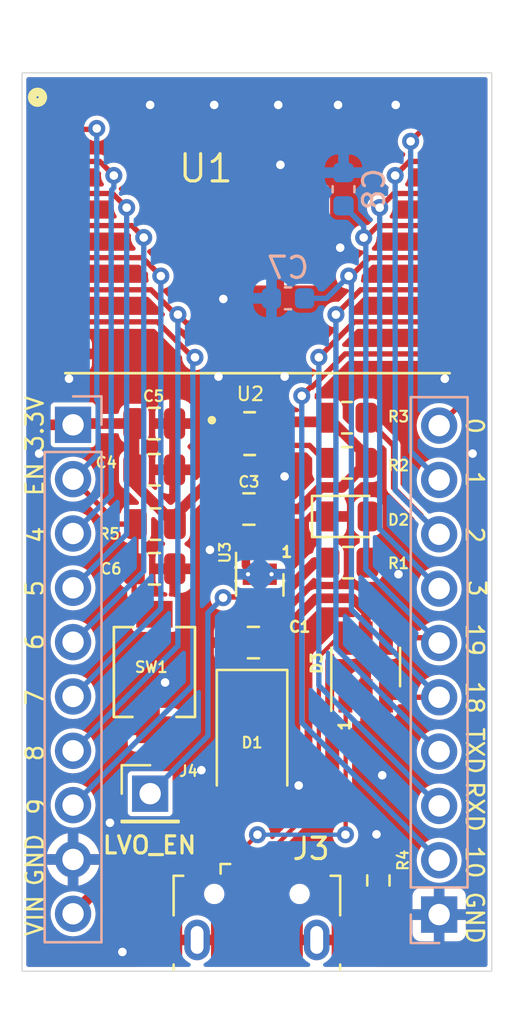
<source format=kicad_pcb>
(kicad_pcb (version 20211014) (generator pcbnew)
  (title_block (title "USB_JTAG mod of E-Tinkers ESP32-C3 Dev Board") (date "2022-02-19") (rev "V1.0") (comment 4 "Original designed BY: Henry Cheung") (comment 5 "https://www.e-tinkers.com"))
  (layers (0 "F.Cu" signal) (31 "B.Cu" signal) (34 "B.Paste" user) (35 "F.Paste" user) (36 "B.SilkS" user "B.Silkscreen") (37 "F.SilkS" user "F.Silkscreen") (38 "B.Mask" user) (39 "F.Mask" user) (44 "Edge.Cuts" user))
  (net 0 "")
  (net 1 "GND")
  (net 2 "PWR")
  (net 3 "3.3V")
  (net 4 "EN")
  (net 5 "IO9")
  (net 6 "VIN")
  (net 7 "LED_IN")
  (net 8 "IO4")
  (net 9 "IO5")
  (net 10 "IO6")
  (net 11 "IO7")
  (net 12 "IO8")
  (net 13 "IO0")
  (net 14 "IO1")
  (net 15 "IO2")
  (net 16 "IO3")
  (net 17 "IO19")
  (net 18 "IO18")
  (net 19 "TXD")
  (net 20 "RXD")
  (net 21 "IO10")
  (net 22 "D-")
  (net 23 "D+")
  (net 24 "Net-(J3-Pad6)")
  (net 27 "LDO_EN")
  (footprint "Capacitor_SMD:C_0805_2012Metric" (layer "F.Cu") (at 207.626 88.392 180)
    (fp_text reference "C3" (at 0 1.27) (layer "F.SilkS") (effects (font (size 0.5 0.5) (thickness 0.1))))
    (fp_text value "2.2uF")
    (fp_line (start -0.261252 -0.735) (end 0.261252 -0.735) (layer "F.SilkS") (width 0.12))
    (fp_line (start -0.261252 0.735) (end 0.261252 0.735) (layer "F.SilkS") (width 0.12))
    (pad "1" smd roundrect locked (at -0.95 0 180) (size 1 1.45) (layers "F.Cu" "F.Paste" "F.Mask") (net 3 "3.3V"))
    (pad "2" smd roundrect locked (at 0.95 0 180) (size 1 1.45) (layers "F.Cu" "F.Paste" "F.Mask") (net 1 "GND"))
  )
  (footprint "Capacitor_SMD:C_0805_2012Metric" (layer "F.Cu") (at 203.19175 86.55625)
    (fp_text reference "C4" (at -2.24475 -0.33725) (layer "F.SilkS") (effects (font (size 0.5 0.5) (thickness 0.1))))
    (fp_text value "10uF")
    (fp_line (start -0.261252 -0.735) (end 0.261252 -0.735) (layer "F.SilkS") (width 0.12))
    (fp_line (start -0.261252 0.735) (end 0.261252 0.735) (layer "F.SilkS") (width 0.12))
    (pad "1" smd roundrect locked (at -0.95 0) (size 1 1.45) (layers "F.Cu" "F.Paste" "F.Mask") (net 3 "3.3V"))
    (pad "2" smd roundrect locked (at 0.95 0) (size 1 1.45) (layers "F.Cu" "F.Paste" "F.Mask") (net 1 "GND"))
  )
  (footprint "Capacitor_SMD:C_0805_2012Metric" (layer "F.Cu") (at 203.19175 84.39625)
    (fp_text reference "C5" (at -0.03075 -1.28025) (layer "F.SilkS") (effects (font (size 0.5 0.5) (thickness 0.1))))
    (fp_text value "0.1uF")
    (fp_line (start -0.261252 0.735) (end 0.261252 0.735) (layer "F.SilkS") (width 0.12))
    (fp_line (start -0.261252 -0.735) (end 0.261252 -0.735) (layer "F.SilkS") (width 0.12))
    (pad "1" smd roundrect locked (at -0.95 0) (size 1 1.45) (layers "F.Cu" "F.Paste" "F.Mask") (net 3 "3.3V"))
    (pad "2" smd roundrect locked (at 0.95 0) (size 1 1.45) (layers "F.Cu" "F.Paste" "F.Mask") (net 1 "GND"))
  )
  (footprint "Capacitor_SMD:C_0805_2012Metric" (layer "F.Cu") (at 203.2 91.186)
    (fp_text reference "C6" (at -2.032 0) (layer "F.SilkS") (effects (font (size 0.5 0.5) (thickness 0.1))))
    (fp_text value "1uF")
    (fp_line (start -0.261252 0.735) (end 0.261252 0.735) (layer "F.SilkS") (width 0.12))
    (fp_line (start -0.261252 -0.735) (end 0.261252 -0.735) (layer "F.SilkS") (width 0.12))
    (pad "1" smd roundrect locked (at -0.95 0) (size 1 1.45) (layers "F.Cu" "F.Paste" "F.Mask") (net 4 "EN"))
    (pad "2" smd roundrect locked (at 0.95 0) (size 1 1.45) (layers "F.Cu" "F.Paste" "F.Mask") (net 1 "GND"))
  )
  (footprint "Diode_SMD:D_SMA" (layer "F.Cu") (at 207.772 99.314 -90)
    (fp_text reference "D1" (at 0 0 180) (layer "F.SilkS") (effects (font (size 0.5 0.5) (thickness 0.1))))
    (fp_text value "SS12")
    (fp_line (start -3.4 -1.65) (end -3.4 1.65) (layer "F.SilkS") (width 0.12))
    (fp_line (start -3.4 1.65) (end 2 1.65) (layer "F.SilkS") (width 0.12))
    (fp_line (start -3.4 -1.65) (end 2 -1.65) (layer "F.SilkS") (width 0.12))
    (pad "1" smd rect locked (at -2 0 270) (size 2.5 1.8) (layers "F.Cu" "F.Paste" "F.Mask") (net 2 "PWR"))
    (pad "2" smd rect locked (at 2 0 270) (size 2.5 1.8) (layers "F.Cu" "F.Paste" "F.Mask") (net 6 "VIN"))
  )
  (footprint "Resistor_SMD:R_0805_2012Metric" (layer "F.Cu") (at 212.2655 90.8975)
    (fp_text reference "R1" (at 2.3645 0.0345) (layer "F.SilkS") (effects (font (size 0.5 0.5) (thickness 0.1))))
    (fp_text value "5.1k +-50%")
    (fp_line (start -0.227064 0.735) (end 0.227064 0.735) (layer "F.SilkS") (width 0.12))
    (fp_line (start -0.227064 -0.735) (end 0.227064 -0.735) (layer "F.SilkS") (width 0.12))
    (pad "1" smd roundrect locked (at -0.9125 0) (size 1.025 1.4) (layers "F.Cu" "F.Paste" "F.Mask") (roundrect_rratio 0.243902439) (net 2 "PWR"))
    (pad "2" smd roundrect locked (at 0.9125 0) (size 1.025 1.4) (layers "F.Cu" "F.Paste" "F.Mask") (roundrect_rratio 0.243902439) (net 7 "LED_IN"))
  )
  (footprint "Resistor_SMD:R_0805_2012Metric" (layer "F.Cu") (at 212.217 86.233 180)
    (fp_text reference "R2" (at -2.413 -0.127 180) (layer "F.SilkS") (effects (font (size 0.5 0.5) (thickness 0.1))))
    (fp_text value "10k")
    (fp_line (start -0.227064 -0.735) (end 0.227064 -0.735) (layer "F.SilkS") (width 0.12))
    (fp_line (start -0.227064 0.735) (end 0.227064 0.735) (layer "F.SilkS") (width 0.12))
    (pad "1" smd roundrect locked (at -0.9125 0 180) (size 1.025 1.4) (layers "F.Cu" "F.Paste" "F.Mask") (roundrect_rratio 0.243902439) (net 3 "3.3V"))
    (pad "2" smd roundrect locked (at 0.9125 0 180) (size 1.025 1.4) (layers "F.Cu" "F.Paste" "F.Mask") (roundrect_rratio 0.243902439) (net 12 "IO8"))
  )
  (footprint "Resistor_SMD:R_0805_2012Metric" (layer "F.Cu") (at 212.217 84.122006)
    (fp_text reference "R3" (at 2.413 -0.048006) (layer "F.SilkS") (effects (font (size 0.5 0.5) (thickness 0.1))))
    (fp_text value ">= 10k")
    (fp_line (start -0.227064 0.735) (end 0.227064 0.735) (layer "F.SilkS") (width 0.12))
    (fp_line (start -0.227064 -0.735) (end 0.227064 -0.735) (layer "F.SilkS") (width 0.12))
    (pad "1" smd roundrect locked (at -0.9125 0) (size 1.025 1.4) (layers "F.Cu" "F.Paste" "F.Mask") (roundrect_rratio 0.243902439) (net 3 "3.3V"))
    (pad "2" smd roundrect locked (at 0.9125 0) (size 1.025 1.4) (layers "F.Cu" "F.Paste" "F.Mask") (roundrect_rratio 0.243902439) (net 15 "IO2"))
  )
  (footprint "Resistor_SMD:R_0805_2012Metric" (layer "F.Cu") (at 203.24575 89.09625 180)
    (fp_text reference "R5" (at 2.15875 -0.45875 180) (layer "F.SilkS") (effects (font (size 0.5 0.5) (thickness 0.1))))
    (fp_text value "10k")
    (fp_line (start -0.227064 -0.735) (end 0.227064 -0.735) (layer "F.SilkS") (width 0.12))
    (fp_line (start -0.227064 0.735) (end 0.227064 0.735) (layer "F.SilkS") (width 0.12))
    (pad "1" smd roundrect locked (at -0.9125 0 180) (size 1.025 1.4) (layers "F.Cu" "F.Paste" "F.Mask") (roundrect_rratio 0.243902439) (net 3 "3.3V"))
    (pad "2" smd roundrect locked (at 0.9125 0 180) (size 1.025 1.4) (layers "F.Cu" "F.Paste" "F.Mask") (roundrect_rratio 0.243902439) (net 4 "EN"))
  )
  (footprint "e-tinkers:SW_TS-1185-X-X" (layer "F.Cu") (at 203.2 96.012 90)
    (fp_text reference "SW1" (at 0.227 -0.144 180) (layer "F.SilkS") (effects (font (size 0.5 0.5) (thickness 0.1))))
    (fp_text value "RESET" hide)
    (fp_line (start -2.1 1.9) (end 2.1 1.9) (layer "F.SilkS") (width 0.127))
    (fp_line (start 2.1 1.9) (end 2.1 1.03) (layer "F.SilkS") (width 0.127))
    (fp_line (start -2.1 -1.9) (end 2.1 -1.9) (layer "F.SilkS") (width 0.127))
    (fp_line (start -2.1 -1.03) (end -2.1 -1.9) (layer "F.SilkS") (width 0.127))
    (fp_line (start -2.1 1.03) (end -2.1 1.9) (layer "F.SilkS") (width 0.127))
    (fp_line (start 2.1 -1.87) (end 2.1 -1) (layer "F.SilkS") (width 0.127))
    (pad "1" smd rect locked (at -2.7 0 180) (size 1.7 1.25) (layers "F.Cu" "F.Paste" "F.Mask") (net 1 "GND"))
    (pad "2" smd rect locked (at 2.7 0 180) (size 1.7 1.25) (layers "F.Cu" "F.Paste" "F.Mask") (net 4 "EN"))
  )
  (footprint "LED_SMD:LED_0805_2012Metric" (layer "F.Cu") (at 212.2655 88.7385)
    (fp_text reference "D2" (at 2.3645 0.1615) (layer "F.SilkS") (effects (font (size 0.5 0.5) (thickness 0.1))))
    (fp_text value "LED_RED")
    (fp_line (start 1 -0.96) (end -1.685 -0.96) (layer "F.SilkS") (width 0.12))
    (fp_line (start -1.685 0.96) (end 1 0.96) (layer "F.SilkS") (width 0.12))
    (fp_line (start -1.685 -0.96) (end -1.685 0.96) (layer "F.SilkS") (width 0.12))
    (pad "1" smd roundrect locked (at -0.9375 0) (size 0.975 1.4) (layers "F.Cu" "F.Paste" "F.Mask") (net 1 "GND"))
    (pad "2" smd roundrect locked (at 0.9375 0) (size 0.975 1.4) (layers "F.Cu" "F.Paste" "F.Mask") (net 7 "LED_IN"))
  )
  (footprint "amiga:WSON-6_Hand" (layer "F.Cu") (at 208.134 91.44 -90)
    (fp_text reference "U3" (at -1.016 1.632 90) (layer "F.SilkS") (effects (font (size 0.5 0.5) (thickness 0.1))))
    (fp_text value "TLV76733DRVR")
    (fp_line (start 0 -1.11) (end 1 -1.11) (layer "F.SilkS") (width 0.12))
    (fp_line (start -1 1.11) (end 1 1.11) (layer "F.SilkS") (width 0.12))
    (pad "1" smd roundrect (at -1.0625 -0.65 270) (size 0.7 0.4) (layers "F.Cu" "F.Paste" "F.Mask") (net 3 "3.3V"))
    (pad "2" smd roundrect (at -1.062 0 270) (size 0.7 0.4) (layers "F.Cu" "F.Paste" "F.Mask") (net 3 "3.3V"))
    (pad "3" smd roundrect (at -1.0625 0.65 270) (size 0.7 0.4) (layers "F.Cu" "F.Paste" "F.Mask") (net 1 "GND"))
    (pad "4" smd roundrect (at 1.0625 0.65 270) (size 0.7 0.4) (layers "F.Cu" "F.Paste" "F.Mask") (net 27 "LDO_EN"))
    (pad "5" smd roundrect (at 1.0625 0 270) (size 0.7 0.4) (layers "F.Cu" "F.Paste" "F.Mask") (net 1 "GND"))
    (pad "6" smd roundrect (at 1.0625 -0.65 270) (size 0.7 0.4) (layers "F.Cu" "F.Paste" "F.Mask") (net 2 "PWR"))
    (pad "7" smd rect (at 0 0 270) (size 0.5 1.6) (layers "B.Cu") (net 1 "GND"))
    (pad "7" thru_hole circle (at 0 -0.55 270) (size 0.5 0.5) (drill 0.2) (layers *.Cu) (net 1 "GND"))
    (pad "7" smd rect (at 0 0 270) (size 1 1.6) (layers "F.Cu" "F.Mask") (net 1 "GND"))
    (pad "7" thru_hole circle (at 0 0.55 270) (size 0.5 0.5) (drill 0.2) (layers *.Cu) (net 1 "GND"))
  )
  (footprint "Connector_PinHeader_2.54mm:PinHeader_1x01_P2.54mm_Vertical" (layer "F.Cu") (at 203 101.7)
    (fp_text reference "J4" (at 1.8 -1.054) (layer "F.SilkS") (effects (font (size 0.5 0.5) (thickness 0.1))))
    (fp_text value "Conn_01x01_Male")
    (fp_line (start -1.33 1.27) (end 1.33 1.27) (layer "F.SilkS") (width 0.12))
    (fp_line (start 1.33 1.27) (end 1.33 1.33) (layer "F.SilkS") (width 0.12))
    (fp_line (start -1.33 0) (end -1.33 -1.33) (layer "F.SilkS") (width 0.12))
    (fp_line (start -1.33 -1.33) (end 0 -1.33) (layer "F.SilkS") (width 0.12))
    (fp_line (start -1.33 1.27) (end -1.33 1.33) (layer "F.SilkS") (width 0.12))
    (fp_line (start -1.33 1.33) (end 1.33 1.33) (layer "F.SilkS") (width 0.12))
    (pad "1" thru_hole rect locked (at 0 0) (size 1.7 1.7) (drill 1) (layers *.Cu *.Mask) (net 27 "LDO_EN"))
  )
  (footprint "Package_TO_SOT_SMD:SOT-23-6_Handsoldering" (layer "F.Cu") (at 213.094 95.777 90)
    (fp_text reference "D3" (at 0.177 -2.294 90) (layer "F.SilkS") (effects (font (size 0.5 0.5) (thickness 0.125))))
    (fp_text value "CM1231")
    (fp_line (start 0.9 -1.61) (end -2.05 -1.61) (layer "F.SilkS") (width 0.12))
    (fp_line (start -0.9 1.61) (end 0.9 1.61) (layer "F.SilkS") (width 0.12))
    (pad "1" smd rect (at -1.35 -0.95 90) (size 1.56 0.65) (layers "F.Cu" "F.Paste" "F.Mask") (net 22 "D-"))
    (pad "2" smd rect (at -1.35 0 90) (size 1.56 0.65) (layers "F.Cu" "F.Paste" "F.Mask") (net 1 "GND"))
    (pad "3" smd rect (at -1.35 0.95 90) (size 1.56 0.65) (layers "F.Cu" "F.Paste" "F.Mask") (net 18 "IO18"))
    (pad "4" smd rect (at 1.35 0.95 90) (size 1.56 0.65) (layers "F.Cu" "F.Paste" "F.Mask") (net 17 "IO19"))
    (pad "5" smd rect (at 1.35 0 90) (size 1.56 0.65) (layers "F.Cu" "F.Paste" "F.Mask") (net 6 "VIN"))
    (pad "6" smd rect (at 1.35 -0.95 90) (size 1.56 0.65) (layers "F.Cu" "F.Paste" "F.Mask") (net 23 "D+"))
  )
  (footprint "Capacitor_SMD:C_0805_2012Metric" (layer "F.Cu") (at 207.837 94.636 180)
    (fp_text reference "C1" (at -2.163 0.736) (layer "F.SilkS") (effects (font (size 0.5 0.5) (thickness 0.125))))
    (fp_text value "1uF")
    (fp_line (start -0.261252 -0.735) (end 0.261252 -0.735) (layer "F.SilkS") (width 0.12))
    (fp_line (start -0.261252 0.735) (end 0.261252 0.735) (layer "F.SilkS") (width 0.12))
    (pad "1" smd roundrect (at -0.95 0 180) (size 1 1.45) (layers "F.Cu" "F.Paste" "F.Mask") (net 2 "PWR"))
    (pad "2" smd roundrect (at 0.95 0 180) (size 1 1.45) (layers "F.Cu" "F.Paste" "F.Mask") (net 1 "GND"))
  )
  (footprint "amiga:ESP32-C3-WROOM-02_ant" (layer "F.Cu") (at 208.026 74.041)
    (fp_text reference "U1" (at -2.42 -1.57) (layer "F.SilkS") (effects (font (size 1.27 1.27))))
    (fp_text value "ESP32-C3-WROOM-02")
    (fp_line (start -9 8) (end 9 8) (layer "F.SilkS") (width 0.127))
    (fp_circle (center -10.3 -4.9) (end -10.25 -4.9) (layer "F.SilkS") (width 0.4) (fill none))
    (pad "1" smd rect (at -8.8925 -4.9) (size 1.485 0.9) (layers "F.Cu" "F.Paste" "F.Mask") (net 3 "3.3V"))
    (pad "2" smd rect (at -8.8925 -3.4) (size 1.485 0.9) (layers "F.Cu" "F.Paste" "F.Mask") (net 4 "EN"))
    (pad "3" smd rect (at -8.8925 -1.9) (size 1.485 0.9) (layers "F.Cu" "F.Paste" "F.Mask") (net 8 "IO4"))
    (pad "4" smd rect (at -8.8925 -0.4) (size 1.485 0.9) (layers "F.Cu" "F.Paste" "F.Mask") (net 9 "IO5"))
    (pad "5" smd rect (at -8.8925 1.1) (size 1.485 0.9) (layers "F.Cu" "F.Paste" "F.Mask") (net 10 "IO6"))
    (pad "6" smd rect (at -8.8925 2.6) (size 1.485 0.9) (layers "F.Cu" "F.Paste" "F.Mask") (net 11 "IO7"))
    (pad "7" smd rect (at -8.8925 4.1) (size 1.485 0.9) (layers "F.Cu" "F.Paste" "F.Mask") (net 12 "IO8"))
    (pad "8" smd rect (at -8.8925 5.6) (size 1.485 0.9) (layers "F.Cu" "F.Paste" "F.Mask") (net 5 "IO9"))
    (pad "9" smd rect (at -8.8925 7.1) (size 1.485 0.9) (layers "F.Cu" "F.Paste" "F.Mask") (net 1 "GND"))
    (pad "10" smd rect (at 8.8925 7.1) (size 1.485 0.9) (layers "F.Cu" "F.Paste" "F.Mask") (net 21 "IO10"))
    (pad "11" smd rect (at 8.8925 5.6) (size 1.485 0.9) (layers "F.Cu" "F.Paste" "F.Mask") (net 20 "RXD"))
    (pad "12" smd rect (at 8.8925 4.1) (size 1.485 0.9) (layers "F.Cu" "F.Paste" "F.Mask") (net 19 "TXD"))
    (pad "13" smd rect (at 8.8925 2.6) (size 1.485 0.9) (layers "F.Cu" "F.Paste" "F.Mask") (net 18 "IO18"))
    (pad "14" smd rect (at 8.8925 1.1) (size 1.485 0.9) (layers "F.Cu" "F.Paste" "F.Mask") (net 17 "IO19"))
    (pad "15" smd rect (at 8.8925 -0.4) (size 1.485 0.9) (layers "F.Cu" "F.Paste" "F.Mask") (net 16 "IO3"))
    (pad "16" smd rect (at 8.8925 -1.9) (size 1.485 0.9) (layers "F.Cu" "F.Paste" "F.Mask") (net 15 "IO2"))
    (pad "17" smd rect (at 8.8925 -3.4) (size 1.485 0.9) (layers "F.Cu" "F.Paste" "F.Mask") (net 14 "IO1"))
    (pad "18" smd rect (at 8.8925 -4.9) (size 1.485 0.9) (layers "F.Cu" "F.Paste" "F.Mask") (net 13 "IO0"))
    (pad "19" smd rect (at 1 1.5) (size 4 4) (layers "F.Cu" "F.Paste" "F.Mask") (net 1 "GND"))
  )
  (footprint "amiga:LED_WS2812C-2020_hand" (layer "F.Cu") (at 207.66 84.867)
    (fp_text reference "U2" (at 0.032 -1.8564) (layer "F.SilkS") (effects (font (size 0.64 0.64) (thickness 0.1))))
    (fp_text value "WS2812C-2020")
    (fp_line (start -0.245 1) (end 0.245 1) (layer "F.SilkS") (width 0.127))
    (fp_line (start -0.245 -1) (end 0.245 -1) (layer "F.SilkS") (width 0.127))
    (fp_circle (center -1.77 -0.63) (end -1.67 -0.63) (layer "F.SilkS") (width 0.2) (fill none))
    (pad "1" smd rect (at -1.015 -0.55) (size 0.9 0.7) (layers "F.Cu" "F.Paste" "F.Mask"))
    (pad "2" smd rect (at -1.015 0.55) (size 0.9 0.7) (layers "F.Cu" "F.Paste" "F.Mask") (net 1 "GND"))
    (pad "3" smd rect (at 1.015 0.55) (size 0.9 0.7) (layers "F.Cu" "F.Paste" "F.Mask") (net 12 "IO8"))
    (pad "4" smd rect (at 1.015 -0.55) (size 0.9 0.7) (layers "F.Cu" "F.Paste" "F.Mask") (net 3 "3.3V"))
  )
  (footprint "Resistor_SMD:R_0603_1608Metric" (layer "F.Cu") (at 213.689 105.756 90)
    (fp_text reference "R4" (at 0.943 1.153 90) (layer "F.SilkS") (effects (font (size 0.5 0.5) (thickness 0.1))))
    (fp_text value "NI")
    (fp_line (start -0.237258 -0.5225) (end 0.237258 -0.5225) (layer "F.SilkS") (width 0.12))
    (fp_line (start -0.237258 0.5225) (end 0.237258 0.5225) (layer "F.SilkS") (width 0.12))
    (pad "1" smd roundrect locked (at -0.825 0 90) (size 0.8 0.95) (layers "F.Cu" "F.Paste" "F.Mask") (net 24 "Net-(J3-Pad6)"))
    (pad "2" smd roundrect locked (at 0.825 0 90) (size 0.8 0.95) (layers "F.Cu" "F.Paste" "F.Mask") (net 1 "GND"))
  )
  (footprint "amiga:USB_Micro-B_China" (layer "F.Cu") (at 208 107.3)
    (fp_text reference "J3" (at 2.538 -3.023) (layer "F.SilkS"))
    (fp_text value "USB_B_Micro")
    (fp_line (start -1.7 -2.3125) (end -1.25 -2.3125) (layer "F.SilkS") (width 0.12))
    (fp_line (start -3.9 -1.7625) (end -3.45 -1.7625) (layer "F.SilkS") (width 0.12))
    (fp_line (start -3.9 0.0875) (end -3.9 -1.7625) (layer "F.SilkS") (width 0.12))
    (fp_line (start -1.7 -2.3125) (end -1.7 -1.8625) (layer "F.SilkS") (width 0.12))
    (fp_line (start -3.9 2.6375) (end -3.9 2.3875) (layer "F.SilkS") (width 0.12))
    (fp_line (start 3.9 0.0875) (end 3.9 -1.7625) (layer "F.SilkS") (width 0.12))
    (fp_line (start 3.9 2.6375) (end 3.9 2.3875) (layer "F.SilkS") (width 0.12))
    (fp_line (start 3.9 -1.7625) (end 3.45 -1.7625) (layer "F.SilkS") (width 0.12))
    (pad "" np_thru_hole circle (at -2 -0.9125) (size 0.1 0.1) (drill 0.55) (layers F&B.Cu *.Mask))
    (pad "" np_thru_hole circle (at 2 -0.9125) (size 0.1 0.1) (drill 0.55) (layers F&B.Cu *.Mask))
    (pad "1" smd rect (at -1.3 -1.4625) (size 0.4 1.35) (layers "F.Cu" "F.Paste" "F.Mask") (net 6 "VIN"))
    (pad "2" smd rect (at -0.65 -1.4625) (size 0.4 1.35) (layers "F.Cu" "F.Paste" "F.Mask") (net 22 "D-"))
    (pad "3" smd rect (at 0 -1.4625) (size 0.4 1.35) (layers "F.Cu" "F.Paste" "F.Mask") (net 23 "D+"))
    (pad "4" smd rect (at 0.65 -1.4625) (size 0.4 1.35) (layers "F.Cu" "F.Paste" "F.Mask"))
    (pad "5" smd rect (at 1.3 -1.4625) (size 0.4 1.35) (layers "F.Cu" "F.Paste" "F.Mask") (net 1 "GND"))
    (pad "6" smd rect (at 1.2 1.2375 90) (size 1.9 1.9) (layers "F.Cu" "F.Paste" "F.Mask") (net 24 "Net-(J3-Pad6)"))
    (pad "6" thru_hole oval (at -2.8 1.2375 180) (size 1.2 1.9) (drill oval 0.6 1.3) (layers *.Cu *.Mask) (net 24 "Net-(J3-Pad6)"))
    (pad "6" smd rect (at -1.2 1.2375) (size 1.9 1.9) (layers "F.Cu" "F.Paste" "F.Mask") (net 24 "Net-(J3-Pad6)"))
    (pad "6" thru_hole oval (at 2.8 1.2375) (size 1.2 1.9) (drill oval 0.6 1.3) (layers *.Cu *.Mask) (net 24 "Net-(J3-Pad6)"))
    (pad "6" smd rect (at 4.45 1.2375) (size 1.9 1.9) (layers "F.Cu" "F.Paste" "F.Mask") (net 24 "Net-(J3-Pad6)"))
    (pad "6" smd rect (at -4.45 1.2375) (size 1.9 1.9) (layers "F.Cu" "F.Paste" "F.Mask") (net 24 "Net-(J3-Pad6)"))
  )
  (footprint "Connector_PinHeader_2.54mm:PinHeader_1x10_P2.54mm_Vertical" (layer "B.Cu") (at 199.39 84.455 180)
    (fp_text reference "J1")
    (fp_text value "Conn_01x10_Male")
    (fp_line (start 1.33 -1.27) (end 1.33 -24.19) (layer "B.SilkS") (width 0.12))
    (fp_line (start -1.33 1.33) (end 0 1.33) (layer "B.SilkS") (width 0.12))
    (fp_line (start -1.33 -1.27) (end 1.33 -1.27) (layer "B.SilkS") (width 0.12))
    (fp_line (start -1.33 -1.27) (end -1.33 -24.19) (layer "B.SilkS") (width 0.12))
    (fp_line (start -1.33 -24.19) (end 1.33 -24.19) (layer "B.SilkS") (width 0.12))
    (fp_line (start -1.33 0) (end -1.33 1.33) (layer "B.SilkS") (width 0.12))
    (pad "1" thru_hole rect locked (at 0 0 180) (size 1.7 1.7) (drill 1) (layers *.Cu *.Mask) (net 3 "3.3V"))
    (pad "2" thru_hole oval locked (at 0 -2.54 180) (size 1.7 1.7) (drill 1) (layers *.Cu *.Mask) (net 4 "EN"))
    (pad "3" thru_hole oval locked (at 0 -5.08 180) (size 1.7 1.7) (drill 1) (layers *.Cu *.Mask) (net 8 "IO4"))
    (pad "4" thru_hole oval locked (at 0 -7.62 180) (size 1.7 1.7) (drill 1) (layers *.Cu *.Mask) (net 9 "IO5"))
    (pad "5" thru_hole oval locked (at 0 -10.16 180) (size 1.7 1.7) (drill 1) (layers *.Cu *.Mask) (net 10 "IO6"))
    (pad "6" thru_hole oval locked (at 0 -12.7 180) (size 1.7 1.7) (drill 1) (layers *.Cu *.Mask) (net 11 "IO7"))
    (pad "7" thru_hole oval locked (at 0 -15.24 180) (size 1.7 1.7) (drill 1) (layers *.Cu *.Mask) (net 12 "IO8"))
    (pad "8" thru_hole oval locked (at 0 -17.78 180) (size 1.7 1.7) (drill 1) (layers *.Cu *.Mask) (net 5 "IO9"))
    (pad "9" thru_hole oval locked (at 0 -20.32 180) (size 1.7 1.7) (drill 1) (layers *.Cu *.Mask) (net 1 "GND"))
    (pad "10" thru_hole oval locked (at 0 -22.86 180) (size 1.7 1.7) (drill 1) (layers *.Cu *.Mask) (net 6 "VIN"))
  )
  (footprint "Connector_PinHeader_2.54mm:PinHeader_1x10_P2.54mm_Vertical" (layer "B.Cu") (at 216.535 107.352)
    (fp_text reference "J2")
    (fp_text value "Conn_01x10_Male")
    (fp_line (start -1.33 0) (end -1.33 1.33) (layer "B.SilkS") (width 0.12))
    (fp_line (start -1.33 -24.19) (end 1.33 -24.19) (layer "B.SilkS") (width 0.12))
    (fp_line (start -1.33 -1.27) (end 1.33 -1.27) (layer "B.SilkS") (width 0.12))
    (fp_line (start 1.33 -1.27) (end 1.33 -24.19) (layer "B.SilkS") (width 0.12))
    (fp_line (start -1.33 -1.27) (end -1.33 -24.19) (layer "B.SilkS") (width 0.12))
    (fp_line (start -1.33 1.33) (end 0 1.33) (layer "B.SilkS") (width 0.12))
    (pad "1" thru_hole rect locked (at 0 0) (size 1.7 1.7) (drill 1) (layers *.Cu *.Mask) (net 1 "GND"))
    (pad "2" thru_hole oval locked (at 0 -2.54) (size 1.7 1.7) (drill 1) (layers *.Cu *.Mask) (net 21 "IO10"))
    (pad "3" thru_hole oval locked (at 0 -5.08) (size 1.7 1.7) (drill 1) (layers *.Cu *.Mask) (net 20 "RXD"))
    (pad "4" thru_hole oval locked (at 0 -7.62) (size 1.7 1.7) (drill 1) (layers *.Cu *.Mask) (net 19 "TXD"))
    (pad "5" thru_hole oval locked (at 0 -10.16) (size 1.7 1.7) (drill 1) (layers *.Cu *.Mask) (net 18 "IO18"))
    (pad "6" thru_hole oval locked (at 0 -12.7) (size 1.7 1.7) (drill 1) (layers *.Cu *.Mask) (net 17 "IO19"))
    (pad "7" thru_hole oval locked (at 0 -15.24) (size 1.7 1.7) (drill 1) (layers *.Cu *.Mask) (net 16 "IO3"))
    (pad "8" thru_hole oval locked (at 0 -17.78) (size 1.7 1.7) (drill 1) (layers *.Cu *.Mask) (net 15 "IO2"))
    (pad "9" thru_hole oval locked (at 0 -20.32) (size 1.7 1.7) (drill 1) (layers *.Cu *.Mask) (net 14 "IO1"))
    (pad "10" thru_hole oval locked (at 0 -22.86) (size 1.7 1.7) (drill 1) (layers *.Cu *.Mask) (net 13 "IO0"))
  )
  (footprint "Capacitor_SMD:C_0603_1608Metric" (layer "B.Cu") (at 212.057 73.441 90)
    (fp_text reference "C8" (at 0 1.43 90) (layer "B.SilkS") (effects (justify mirror)))
    (fp_text value "22pf")
    (fp_line (start -0.14058 0.51) (end 0.14058 0.51) (layer "B.SilkS") (width 0.12))
    (fp_line (start -0.14058 -0.51) (end 0.14058 -0.51) (layer "B.SilkS") (width 0.12))
    (pad "1" smd roundrect locked (at -0.775 0 90) (size 0.9 0.95) (layers "B.Cu" "B.Paste" "B.Mask") (net 17 "IO19"))
    (pad "2" smd roundrect locked (at 0.775 0 90) (size 0.9 0.95) (layers "B.Cu" "B.Paste" "B.Mask") (net 1 "GND"))
  )
  (footprint "Capacitor_SMD:C_0603_1608Metric" (layer "B.Cu") (at 209.456 78.541 180)
    (fp_text reference "C7" (at 0 1.43) (layer "B.SilkS") (effects (justify mirror)))
    (fp_text value "22pf")
    (fp_line (start -0.14058 0.51) (end 0.14058 0.51) (layer "B.SilkS") (width 0.12))
    (fp_line (start -0.14058 -0.51) (end 0.14058 -0.51) (layer "B.SilkS") (width 0.12))
    (pad "1" smd roundrect locked (at -0.775 0 180) (size 0.9 0.95) (layers "B.Cu" "B.Paste" "B.Mask") (net 18 "IO18"))
    (pad "2" smd roundrect locked (at 0.775 0 180) (size 0.9 0.95) (layers "B.Cu" "B.Paste" "B.Mask") (net 1 "GND"))
  )
  (gr_line (start 197 68) (end 197 110) (layer "Edge.Cuts") (width 0.05))
  (gr_line (start 219 110) (end 219 68) (layer "Edge.Cuts") (width 0.05))
  (gr_line (start 219 68) (end 197 68) (layer "Edge.Cuts") (width 0.05))
  (gr_line (start 197 110) (end 219 110) (layer "Edge.Cuts") (width 0.05))
  (gr_text "VIN" (at 197.6 107.4 90) (layer "F.SilkS") (effects (font (size 0.8 0.8) (thickness 0.12))))
  (gr_text "9" (at 197.7 102.3 90) (layer "F.SilkS") (effects (font (size 0.8 0.8) (thickness 0.12))))
  (gr_text "8" (at 197.6 99.8 90) (layer "F.SilkS") (effects (font (size 0.8 0.8) (thickness 0.12))))
  (gr_text "7" (at 197.6 97.2 90) (layer "F.SilkS") (effects (font (size 0.8 0.8) (thickness 0.12))))
  (gr_text "6" (at 197.6 94.6 90) (layer "F.SilkS") (effects (font (size 0.8 0.8) (thickness 0.12))))
  (gr_text "5" (at 197.6 92.1 90) (layer "F.SilkS") (effects (font (size 0.8 0.8) (thickness 0.12))))
  (gr_text "4" (at 197.7 89.6 90) (layer "F.SilkS") (effects (font (size 0.8 0.8) (thickness 0.12))))
  (gr_text "EN" (at 197.6 87 90) (layer "F.SilkS") (effects (font (size 0.8 0.8) (thickness 0.12))))
  (gr_text "3.3V" (at 197.6 84.4 90) (layer "F.SilkS") (effects (font (size 0.8 0.8) (thickness 0.12))))
  (gr_text "0" (at 218.2 84.5 270) (layer "F.SilkS") (effects (font (size 0.8 0.8) (thickness 0.12))))
  (gr_text "1" (at 218.2 87 270) (layer "F.SilkS") (effects (font (size 0.8 0.8) (thickness 0.12))))
  (gr_text "2" (at 218.2 89.6 270) (layer "F.SilkS") (effects (font (size 0.8 0.8) (thickness 0.12))))
  (gr_text "3" (at 218.3 92.1 270) (layer "F.SilkS") (effects (font (size 0.8 0.8) (thickness 0.12))))
  (gr_text "19" (at 218.2 94.5 270) (layer "F.SilkS") (effects (font (size 0.8 0.8) (thickness 0.12))))
  (gr_text "18" (at 218.2 97.2 270) (layer "F.SilkS") (effects (font (size 0.8 0.8) (thickness 0.12))))
  (gr_text "TXD" (at 218.2 99.7 270) (layer "F.SilkS") (effects (font (size 0.8 0.8) (thickness 0.12))))
  (gr_text "RXD" (at 218.2 102.3 270) (layer "F.SilkS") (effects (font (size 0.8 0.8) (thickness 0.12))))
  (gr_text "10" (at 218.2 104.9 270) (layer "F.SilkS") (effects (font (size 0.8 0.8) (thickness 0.12))))
  (gr_text "GND" (at 218.2 107.5 270) (layer "F.SilkS") (effects (font (size 0.8 0.8) (thickness 0.12))))
  (gr_text "GND" (at 197.6 104.8 90) (layer "F.SilkS") (effects (font (size 0.8 0.8) (thickness 0.12))))
  (gr_text "LVO_EN\n" (at 202.971 104.108) (layer "F.SilkS") (effects (font (size 0.8 0.8))))
  (gr_text "1" (at 209.4 90.4) (layer "F.SilkS") (effects (font (size 0.5 0.5) (thickness 0.125))))
  (gr_text "1" (at 212.1 98.5 90) (layer "F.SilkS") (effects (font (size 0.5 0.5) (thickness 0.125))))
  (via (at 199.2 82.3) (size 0.8) (drill 0.4) (layers "F.Cu" "B.Cu") (net 1))
  (via (at 209.3 82.2) (size 0.8) (drill 0.4) (layers "F.Cu" "B.Cu") (net 1))
  (via (at 209 69.5) (size 0.8) (drill 0.4) (layers "F.Cu" "B.Cu") (net 1))
  (via (at 206.2 82.2) (size 0.8) (drill 0.4) (layers "F.Cu" "B.Cu") (net 1))
  (via (at 213.868 100.838) (size 0.8) (drill 0.4) (layers "F.Cu" "B.Cu") (net 1))
  (via (at 205.4 100.6) (size 0.8) (drill 0.4) (layers "F.Cu" "B.Cu") (net 1))
  (via (at 197.8 85.8) (size 0.8) (drill 0.4) (layers "F.Cu" "B.Cu") (net 1))
  (via (at 206.427 78.57) (size 0.8) (drill 0.4) (layers "F.Cu" "B.Cu") (net 1))
  (via (at 206 69.5) (size 0.8) (drill 0.4) (layers "F.Cu" "B.Cu") (net 1))
  (via (at 213.6 103.6) (size 0.8) (drill 0.4) (layers "F.Cu" "B.Cu") (net 1))
  (via (at 209.296 86.868) (size 0.8) (drill 0.4) (layers "F.Cu" "B.Cu") (net 1))
  (via (at 209.1 72.3) (size 0.8) (drill 0.4) (layers "F.Cu" "B.Cu") (net 1))
  (via (at 203.7 96.5) (size 0.8) (drill 0.4) (layers "F.Cu" "B.Cu") (net 1))
  (via (at 209.957 101.316) (size 0.8) (drill 0.4) (layers "F.Cu" "B.Cu") (net 1))
  (via (at 218.1 85.8) (size 0.8) (drill 0.4) (layers "F.Cu" "B.Cu") (net 1))
  (via (at 203 69.5) (size 0.8) (drill 0.4) (layers "F.Cu" "B.Cu") (net 1))
  (via (at 211.8 69.5) (size 0.8) (drill 0.4) (layers "F.Cu" "B.Cu") (net 1))
  (via (at 205.8 90.3) (size 0.8) (drill 0.4) (layers "F.Cu" "B.Cu") (net 1))
  (via (at 216.8 82.3) (size 0.8) (drill 0.4) (layers "F.Cu" "B.Cu") (net 1))
  (via (at 214.63 91.44) (size 0.8) (drill 0.4) (layers "F.Cu" "B.Cu") (net 1))
  (via (at 201.7 109.1) (size 0.8) (drill 0.4) (layers "F.Cu" "B.Cu") (net 1))
  (via (at 211.901 76.173) (size 0.8) (drill 0.4) (layers "F.Cu" "B.Cu") (net 1))
  (via (at 214.5 69.5) (size 0.8) (drill 0.4) (layers "F.Cu" "B.Cu") (net 1))
  (via (at 201.118 103.061) (size 0.8) (drill 0.4) (layers "F.Cu" "B.Cu") (net 1))
  (segment (start 208.787 94.636) (end 208.787 92.5055) (width 0.5) (layer "F.Cu") (net 2))
  (segment (start 208.787 94.636) (end 208.787 96.267) (width 0.5) (layer "F.Cu") (net 2))
  (segment (start 208.784 92.818) (end 208.784 92.5025) (width 0.5) (layer "F.Cu") (net 2))
  (segment (start 208.787 94.636) (end 208.787 95.452) (width 0.5) (layer "F.Cu") (net 2))
  (segment (start 207.772 97.282) (end 207.772 97.314) (width 0.5) (layer "F.Cu") (net 2))
  (segment (start 208.787 92.5055) (end 208.784 92.5025) (width 0.5) (layer "F.Cu") (net 2))
  (segment (start 208.787 96.267) (end 207.772 97.282) (width 0.5) (layer "F.Cu") (net 2))
  (segment (start 210.7045 90.8975) (end 208.784 92.818) (width 0.5) (layer "F.Cu") (net 2))
  (segment (start 211.353 90.8975) (end 210.7045 90.8975) (width 0.5) (layer "F.Cu") (net 2))
  (segment (start 208.784 90.058) (end 208.784 89.55) (width 0.5) (layer "F.Cu") (net 3))
  (segment (start 208.642 89.662) (end 208.672 89.662) (width 0.5) (layer "F.Cu") (net 3))
  (segment (start 213.092 85.872) (end 211.342 84.122) (width 0.5) (layer "F.Cu") (net 3))
  (segment (start 208.134 89.154) (end 208.642 89.154) (width 0.5) (layer "F.Cu") (net 3))
  (segment (start 202.24175 84.39625) (end 199.44875 84.39625) (width 0.5) (layer "F.Cu") (net 3))
  (segment (start 208.134 90.378) (end 208.134 89.916) (width 0.5) (layer "F.Cu") (net 3))
  (segment (start 208.134 88.834) (end 208.576 88.392) (width 0.5) (layer "F.Cu") (net 3))
  (segment (start 211.119 84.317) (end 208.675 84.317) (width 0.5) (layer "F.Cu") (net 3))
  (segment (start 211.3045 84.122006) (end 211.3045 84.1315) (width 0.5) (layer "F.Cu") (net 3))
  (segment (start 208.642 89.154) (end 208.784 89.296) (width 0.5) (layer "F.Cu") (net 3))
  (segment (start 209.987314 88.392) (end 210.996794 87.38252) (width 0.5) (layer "F.Cu") (net 3))
  (segment (start 205.74 87.122) (end 204.15825 88.70375) (width 0.5) (layer "F.Cu") (net 3))
  (segment (start 210.996794 87.38252) (end 211.97998 87.38252) (width 0.5) (layer "F.Cu") (net 3))
  (segment (start 208.134 89.154) (end 208.134 88.834) (width 0.5) (layer "F.Cu") (net 3))
  (segment (start 208.576 89.596) (end 208.642 89.662) (width 0.5) (layer "F.Cu") (net 3))
  (segment (start 208.784 89.296) (end 208.784 88.6) (width 0.5) (layer "F.Cu") (net 3))
  (segment (start 197.47501 70.296988) (end 197.47501 83.89001) (width 0.5) (layer "F.Cu") (net 3))
  (segment (start 208.28 87.122) (end 208.576 87.418) (width 0.5) (layer "F.Cu") (net 3))
  (segment (start 197.47501 83.89001) (end 198.04 84.455) (width 0.5) (layer "F.Cu") (net 3))
  (segment (start 208.576 87.418) (end 208.576 88.392) (width 0.5) (layer "F.Cu") (net 3))
  (segment (start 199.44875 84.39625) (end 199.39 84.455) (width 0.5) (layer "F.Cu") (net 3))
  (segment (start 202.24375 86.42925) (end 202.24375 84.39725) (width 0.5) (layer "F.Cu") (net 3))
  (segment (start 208.672 89.662) (end 208.784 89.55) (width 0.5) (layer "F.Cu") (net 3))
  (segment (start 208.134 89.916) (end 208.134 89.662) (width 0.5) (layer "F.Cu") (net 3))
  (segment (start 208.576 88.392) (end 209.987314 88.392) (width 0.5) (layer "F.Cu") (net 3))
  (segment (start 208.134 89.662) (end 208.134 89.154) (width 0.5) (layer "F.Cu") (net 3))
  (segment (start 208.784 89.55) (end 208.784 89.296) (width 0.5) (layer "F.Cu") (net 3))
  (segment (start 204.15825 88.70375) (end 204.15825 89.09625) (width 0.5) (layer "F.Cu") (net 3))
  (segment (start 202.24175 86.55625) (end 202.24175 87.17975) (width 0.5) (layer "F.Cu") (net 3))
  (segment (start 208.7835 90.378) (end 208.784 90.3775) (width 0.5) (layer "F.Cu") (net 3))
  (segment (start 202.24175 87.17975) (end 204.15825 89.09625) (width 0.5) (layer "F.Cu") (net 3))
  (segment (start 208.576 88.392) (end 208.576 89.596) (width 0.5) (layer "F.Cu") (net 3))
  (segment (start 208.642 89.916) (end 208.784 90.058) (width 0.5) (layer "F.Cu") (net 3))
  (segment (start 208.784 90.3775) (end 208.784 90.058) (width 0.5) (layer "F.Cu") (net 3))
  (segment (start 211.3045 84.1315) (end 211.119 84.317) (width 0.5) (layer "F.Cu") (net 3))
  (segment (start 213.092 86.233) (end 213.092 85.872) (width 0.5) (layer "F.Cu") (net 3))
  (segment (start 198.630998 69.141) (end 197.47501 70.296988) (width 0.5) (layer "F.Cu") (net 3))
  (segment (start 208.134 89.662) (end 208.642 89.662) (width 0.5) (layer "F.Cu") (net 3))
  (segment (start 208.28 87.122) (end 205.74 87.122) (width 0.5) (layer "F.Cu") (net 3))
  (segment (start 198.04 84.455) (end 199.39 84.455) (width 0.5) (layer "F.Cu") (net 3))
  (segment (start 211.97998 87.38252) (end 213.1295 86.233) (width 0.5) (layer "F.Cu") (net 3))
  (segment (start 208.134 89.916) (end 208.642 89.916) (width 0.5) (layer "F.Cu") (net 3))
  (segment (start 199.1335 69.141) (end 198.630998 69.141) (width 0.5) (layer "F.Cu") (net 3))
  (segment (start 208.134 90.378) (end 208.7835 90.378) (width 0.5) (layer "F.Cu") (net 3))
  (segment (start 208.784 88.6) (end 208.576 88.392) (width 0.5) (layer "F.Cu") (net 3))
  (segment (start 201.49125 89.09625) (end 202.33325 89.09625) (width 0.25) (layer "F.Cu") (net 4))
  (segment (start 199.1335 70.641) (end 200.641 70.641) (width 0.25) (layer "F.Cu") (net 4))
  (segment (start 202.25 92.362) (end 203.2 93.312) (width 0.25) (layer "F.Cu") (net 4))
  (segment (start 202.33325 89.09625) (end 202.33325 91.10275) (width 0.25) (layer "F.Cu") (net 4))
  (segment (start 199.39 86.995) (end 201.49125 89.09625) (width 0.25) (layer "F.Cu") (net 4))
  (segment (start 202.25 91.186) (end 202.25 92.362) (width 0.25) (layer "F.Cu") (net 4))
  (segment (start 202.33325 91.10275) (end 202.25 91.186) (width 0.25) (layer "F.Cu") (net 4))
  (via (at 200.5 70.6) (size 0.8) (drill 0.4) (layers "F.Cu" "B.Cu") (net 4))
  (segment (start 200.500001 83.279999) (end 200.565001 83.344999) (width 0.25) (layer "B.Cu") (net 4))
  (segment (start 199.39 86.995) (end 200.565001 85.819999) (width 0.25) (layer "B.Cu") (net 4))
  (segment (start 200.5 70.6) (end 200.500001 83.279999) (width 0.25) (layer "B.Cu") (net 4))
  (segment (start 200.565001 83.344999) (end 200.565001 85.819999) (width 0.25) (layer "B.Cu") (net 4))
  (segment (start 199.1335 79.641) (end 203.341 79.641) (width 0.25) (layer "F.Cu") (net 5))
  (segment (start 203.341 79.641) (end 205 81.3) (width 0.25) (layer "F.Cu") (net 5))
  (via (at 205.1 81.3) (size 0.8) (drill 0.4) (layers "F.Cu" "B.Cu") (net 5))
  (segment (start 199.39 102.235) (end 205 96.625) (width 0.25) (layer "B.Cu") (net 5))
  (segment (start 205 81.3) (end 205 96.625) (width 0.25) (layer "B.Cu") (net 5))
  (segment (start 206.372 101.314) (end 207.772 101.314) (width 0.5) (layer "F.Cu") (net 6))
  (segment (start 207.779 101.314) (end 209.806 99.287) (width 0.45) (layer "F.Cu") (net 6))
  (segment (start 202.595001 104.109999) (end 203.576001 104.109999) (width 0.5) (layer "F.Cu") (net 6))
  (segment (start 206.7 105.8375) (end 206.7 102.386) (width 0.45) (layer "F.Cu") (net 6))
  (segment (start 212.47 92.564) (end 213.106 93.2) (width 0.45) (layer "F.Cu") (net 6))
  (segment (start 209.806 93.517) (end 210.759 92.564) (width 0.45) (layer "F.Cu") (net 6))
  (segment (start 210.759 92.564) (end 212.47 92.564) (width 0.45) (layer "F.Cu") (net 6))
  (segment (start 206.7 102.386) (end 207.772 101.314) (width 0.45) (layer "F.Cu") (net 6))
  (segment (start 213.106 93.2) (end 213.106 94.408) (width 0.45) (layer "F.Cu") (net 6))
  (segment (start 209.806 99.287) (end 209.806 93.517) (width 0.45) (layer "F.Cu") (net 6))
  (segment (start 199.39 107.315) (end 202.595001 104.109999) (width 0.5) (layer "F.Cu") (net 6))
  (segment (start 207.772 101.314) (end 207.779 101.314) (width 0.45) (layer "F.Cu") (net 6))
  (segment (start 203.576001 104.109999) (end 206.372 101.314) (width 0.5) (layer "F.Cu") (net 6))
  (segment (start 213.1405 88.801) (end 213.203 88.7385) (width 0.25) (layer "F.Cu") (net 7))
  (segment (start 213.1405 90.6435) (end 213.1405 88.801) (width 0.25) (layer "F.Cu") (net 7))
  (segment (start 200.641 72.141) (end 201.3 72.8) (width 0.25) (layer "F.Cu") (net 8))
  (segment (start 199.1335 72.141) (end 200.641 72.141) (width 0.25) (layer "F.Cu") (net 8))
  (via (at 201.3 72.8) (size 0.8) (drill 0.4) (layers "F.Cu" "B.Cu") (net 8))
  (segment (start 201.3 72.8) (end 201.3 73.365685) (width 0.25) (layer "B.Cu") (net 8))
  (segment (start 201.2 73.465685) (end 201.2 73.665685) (width 0.25) (layer "B.Cu") (net 8))
  (segment (start 201.174999 73.690686) (end 201.174999 87.699999) (width 0.25) (layer "B.Cu") (net 8))
  (segment (start 201.2 73.665685) (end 201.174999 73.690686) (width 0.25) (layer "B.Cu") (net 8))
  (segment (start 201.3 73.365685) (end 201.2 73.465685) (width 0.25) (layer "B.Cu") (net 8))
  (segment (start 201.2 87.725) (end 199.39 89.535) (width 0.25) (layer "B.Cu") (net 8))
  (segment (start 201.241 73.641) (end 201.9 74.3) (width 0.25) (layer "F.Cu") (net 9))
  (segment (start 199.1335 73.641) (end 201.241 73.641) (width 0.25) (layer "F.Cu") (net 9))
  (via (at 201.9 74.3) (size 0.8) (drill 0.4) (layers "F.Cu" "B.Cu") (net 9))
  (segment (start 201.9 89.565) (end 201.9 74.3) (width 0.25) (layer "B.Cu") (net 9))
  (segment (start 199.39 92.075) (end 201.9 89.565) (width 0.25) (layer "B.Cu") (net 9))
  (segment (start 202.141 75.141) (end 202.7 75.7) (width 0.25) (layer "F.Cu") (net 10))
  (segment (start 199.1335 75.141) (end 202.141 75.141) (width 0.25) (layer "F.Cu") (net 10))
  (via (at 202.7 75.7) (size 0.8) (drill 0.4) (layers "F.Cu" "B.Cu") (net 10))
  (segment (start 202.7 75.7) (end 202.7 91.305) (width 0.25) (layer "B.Cu") (net 10))
  (segment (start 202.6 91.405) (end 199.39 94.615) (width 0.25) (layer "B.Cu") (net 10))
  (segment (start 199.1335 76.641) (end 202.641 76.641) (width 0.25) (layer "F.Cu") (net 11))
  (segment (start 202.641 76.641) (end 203.5 77.5) (width 0.25) (layer "F.Cu") (net 11))
  (via (at 203.5 77.5) (size 0.8) (drill 0.4) (layers "F.Cu" "B.Cu") (net 11))
  (segment (start 203.5 93.045) (end 199.39 97.155) (width 0.25) (layer "B.Cu") (net 11))
  (segment (start 203.5 77.5) (end 203.5 93.045) (width 0.25) (layer "B.Cu") (net 11))
  (segment (start 199.1335 78.141) (end 203.041 78.141) (width 0.25) (layer "F.Cu") (net 12))
  (segment (start 204.3 79.3) (end 204.699999 79.699999) (width 0.25) (layer "F.Cu") (net 12))
  (segment (start 204.699999 79.699999) (end 206.099999 79.699999) (width 0.25) (layer "F.Cu") (net 12))
  (segment (start 207.743 85.185) (end 207.743 81.343) (width 0.25) (layer "F.Cu") (net 12))
  (segment (start 211.3045 86.233) (end 211.3045 85.9845) (width 0.25) (layer "F.Cu") (net 12))
  (segment (start 206.099999 79.699999) (end 207.743 81.343) (width 0.25) (layer "F.Cu") (net 12))
  (segment (start 210.959 85.85) (end 211.342 86.233) (width 0.25) (layer "F.Cu") (net 12))
  (segment (start 208.675 85.417) (end 207.975 85.417) (width 0.25) (layer "F.Cu") (net 12))
  (segment (start 211.274 86.233) (end 210.455 85.414) (width 0.25) (layer "F.Cu") (net 12))
  (segment (start 211.3045 85.9845) (end 211.167 85.847) (width 0.25) (layer "F.Cu") (net 12))
  (segment (start 207.975 85.417) (end 207.743 85.185) (width 0.25) (layer "F.Cu") (net 12))
  (segment (start 203.041 78.141) (end 204.2 79.3) (width 0.25) (layer "F.Cu") (net 12))
  (segment (start 210.455 85.414) (end 210.452 85.417) (width 0.25) (layer "F.Cu") (net 12))
  (segment (start 211.3045 86.233) (end 211.274 86.233) (width 0.25) (layer "F.Cu") (net 12))
  (segment (start 210.452 85.417) (end 208.675 85.417) (width 0.25) (layer "F.Cu") (net 12))
  (via (at 204.3 79.3) (size 0.8) (drill 0.4) (layers "F.Cu" "B.Cu") (net 12))
  (segment (start 204.3 79.3) (end 204.3 94.785) (width 0.25) (layer "B.Cu") (net 12))
  (segment (start 204.3 94.785) (end 199.39 99.695) (width 0.25) (layer "B.Cu") (net 12))
  (segment (start 217.211 69.141) (end 218.4 70.33) (width 0.25) (layer "F.Cu") (net 13))
  (segment (start 218.4 82.627) (end 216.535 84.492) (width 0.25) (layer "F.Cu") (net 13))
  (segment (start 218.4 70.33) (end 218.4 82.627) (width 0.25) (layer "F.Cu") (net 13))
  (segment (start 216.9185 69.141) (end 217.211 69.141) (width 0.25) (layer "F.Cu") (net 13))
  (segment (start 216.9185 70.641) (end 215.759 70.641) (width 0.25) (layer "F.Cu") (net 14))
  (segment (start 215.759 70.641) (end 215.2 71.2) (width 0.25) (layer "F.Cu") (net 14))
  (via (at 215.2 71.2) (size 0.8) (drill 0.4) (layers "F.Cu" "B.Cu") (net 14))
  (segment (start 215.2 71.2) (end 215.2 85.697) (width 0.25) (layer "B.Cu") (net 14))
  (segment (start 215.2 85.697) (end 216.535 87.032) (width 0.25) (layer "B.Cu") (net 14))
  (segment (start 216.9185 72.141) (end 215.134 72.141) (width 0.25) (layer "F.Cu") (net 15))
  (segment (start 216.535 89.572) (end 215.685001 88.722001) (width 0.25) (layer "F.Cu") (net 15))
  (segment (start 215.134 72.141) (end 214.475 72.8) (width 0.25) (layer "F.Cu") (net 15))
  (segment (start 214.4 85.43) (end 214.4 87.4) (width 0.25) (layer "F.Cu") (net 15))
  (segment (start 213.092 84.122) (end 214.4 85.43) (width 0.25) (layer "F.Cu") (net 15))
  (segment (start 215.685001 88.722001) (end 215.685001 88.685001) (width 0.25) (layer "F.Cu") (net 15))
  (segment (start 215.685001 88.685001) (end 214.4 87.4) (width 0.25) (layer "F.Cu") (net 15))
  (via (at 214.475 72.8) (size 0.8) (drill 0.4) (layers "F.Cu" "B.Cu") (net 15))
  (segment (start 214.475 87.512) (end 216.535 89.572) (width 0.25) (layer "B.Cu") (net 15))
  (segment (start 214.475 72.8) (end 214.475 87.512) (width 0.25) (layer "B.Cu") (net 15))
  (segment (start 216.9185 73.641) (end 214.409 73.641) (width 0.25) (layer "F.Cu") (net 16))
  (segment (start 214.409 73.641) (end 213.75 74.3) (width 0.25) (layer "F.Cu") (net 16))
  (via (at 213.75 74.3) (size 0.8) (drill 0.4) (layers "F.Cu" "B.Cu") (net 16))
  (segment (start 213.75 89.327) (end 213.75 74.3) (width 0.25) (layer "B.Cu") (net 16))
  (segment (start 216.535 92.112) (end 213.75 89.327) (width 0.25) (layer "B.Cu") (net 16))
  (segment (start 216.9185 75.141) (end 213.659 75.141) (width 0.25) (layer "F.Cu") (net 17))
  (segment (start 213.659 75.141) (end 213.1 75.7) (width 0.25) (layer "F.Cu") (net 17))
  (segment (start 214.056 94.408) (end 216.291 94.408) (width 0.25) (layer "F.Cu") (net 17))
  (segment (start 216.291 94.408) (end 216.535 94.652) (width 0.25) (layer "F.Cu") (net 17))
  (via (at 213 75.7) (size 0.8) (drill 0.4) (layers "F.Cu" "B.Cu") (net 17))
  (segment (start 213.1 75.7) (end 213.1 91.217) (width 0.25) (layer "B.Cu") (net 17))
  (segment (start 213 75.7) (end 213 75.159) (width 0.25) (layer "B.Cu") (net 17))
  (segment (start 213.1 91.217) (end 216.535 94.652) (width 0.25) (layer "B.Cu") (net 17))
  (segment (start 213 75.159) (end 212.057 74.216) (width 0.25) (layer "B.Cu") (net 17))
  (segment (start 213.259 76.641) (end 212.4 77.5) (width 0.25) (layer "F.Cu") (net 18))
  (segment (start 214.14 97.192) (end 214.056 97.108) (width 0.25) (layer "F.Cu") (net 18))
  (segment (start 216.9185 76.641) (end 213.259 76.641) (width 0.25) (layer "F.Cu") (net 18))
  (segment (start 216.535 97.192) (end 214.14 97.192) (width 0.25) (layer "F.Cu") (net 18))
  (via (at 212.3 77.5) (size 0.8) (drill 0.4) (layers "F.Cu" "B.Cu") (net 18))
  (segment (start 212.425001 93.082001) (end 216.535 97.192) (width 0.25) (layer "B.Cu") (net 18))
  (segment (start 212.4 77.5) (end 212.425001 77.525001) (width 0.25) (layer "B.Cu") (net 18))
  (segment (start 212.3 77.5) (end 211.259 78.541) (width 0.25) (layer "B.Cu") (net 18))
  (segment (start 212.425001 77.525001) (end 212.425001 93.082001) (width 0.25) (layer "B.Cu") (net 18))
  (segment (start 211.259 78.541) (end 210.231 78.541) (width 0.25) (layer "B.Cu") (net 18))
  (segment (start 212.859 78.141) (end 216.9185 78.141) (width 0.25) (layer "F.Cu") (net 19))
  (segment (start 211.7 79.3) (end 212.859 78.141) (width 0.25) (layer "F.Cu") (net 19))
  (via (at 211.7 79.3) (size 0.8) (drill 0.4) (layers "F.Cu" "B.Cu") (net 19))
  (segment (start 211.7 94.897) (end 216.535 99.732) (width 0.25) (layer "B.Cu") (net 19))
  (segment (start 211.7 79.3) (end 211.7 94.897) (width 0.25) (layer "B.Cu") (net 19))
  (segment (start 210.9 81.3) (end 212.559 79.641) (width 0.25) (layer "F.Cu") (net 20))
  (segment (start 216.9185 79.641) (end 212.559 79.641) (width 0.25) (layer "F.Cu") (net 20))
  (via (at 210.9 81.3) (size 0.8) (drill 0.4) (layers "F.Cu" "B.Cu") (net 20))
  (segment (start 210.9 96.637) (end 216.535 102.272) (width 0.25) (layer "B.Cu") (net 20))
  (segment (start 210.9 81.3) (end 210.9 96.637) (width 0.25) (layer "B.Cu") (net 20))
  (segment (start 212.132002 81.141) (end 216.9185 81.141) (width 0.25) (layer "F.Cu") (net 21))
  (segment (start 210.573001 82.700001) (end 212.132002 81.141) (width 0.25) (layer "F.Cu") (net 21))
  (segment (start 210.499999 82.700001) (end 210.573001 82.700001) (width 0.25) (layer "F.Cu") (net 21))
  (segment (start 210.1 83.1) (end 210.499999 82.700001) (width 0.25) (layer "F.Cu") (net 21))
  (via (at 210.1 83.1) (size 0.8) (drill 0.4) (layers "F.Cu" "B.Cu") (net 21))
  (segment (start 210.1 83.1) (end 210.1 98.377) (width 0.25) (layer "B.Cu") (net 21))
  (segment (start 210.1 98.377) (end 216.535 104.812) (width 0.25) (layer "B.Cu") (net 21))
  (segment (start 207.35 105.8375) (end 207.35 104.294) (width 0.2) (layer "F.Cu") (net 22))
  (segment (start 212.147 103.617) (end 212.156 103.608) (width 0.2) (layer "F.Cu") (net 22))
  (segment (start 207.35 104.294) (end 208.027 103.617) (width 0.2) (layer "F.Cu") (net 22))
  (segment (start 212.156 103.608) (end 212.156 97.108) (width 0.2) (layer "F.Cu") (net 22))
  (via (at 212.147 103.617) (size 0.8) (drill 0.4) (layers "F.Cu" "B.Cu") (net 22))
  (via (at 208.027 103.617) (size 0.8) (drill 0.4) (layers "F.Cu" "B.Cu") (net 22))
  (segment (start 208.027 103.617) (end 212.147 103.617) (width 0.2) (layer "B.Cu") (net 22))
  (segment (start 212.156 94.408) (end 211.792 94.408) (width 0.2) (layer "F.Cu") (net 23))
  (segment (start 210.9 102.113478) (end 208 105.013478) (width 0.2) (layer "F.Cu") (net 23))
  (segment (start 211.792 94.408) (end 210.9 95.3) (width 0.2) (layer "F.Cu") (net 23))
  (segment (start 210.9 95.3) (end 210.9 102.113478) (width 0.2) (layer "F.Cu") (net 23))
  (segment (start 208 105.013478) (end 208 105.8375) (width 0.2) (layer "F.Cu") (net 23))
  (segment (start 212.45 108.5375) (end 212.45 107.82) (width 0.5) (layer "F.Cu") (net 24))
  (segment (start 203.55 108.5375) (end 212.45 108.5375) (width 0.5) (layer "F.Cu") (net 24))
  (segment (start 212.45 107.82) (end 213.689 106.581) (width 0.5) (layer "F.Cu") (net 24))
  (segment (start 207.484 92.5025) (end 206.4525 92.5025) (width 0.25) (layer "F.Cu") (net 27))
  (segment (start 206.4525 92.5025) (end 206.42 92.535) (width 0.25) (layer "F.Cu") (net 27))
  (via (at 206.42 92.535) (size 0.8) (drill 0.4) (layers "F.Cu" "B.Cu") (net 27))
  (segment (start 205.705 98.995) (end 203 101.7) (width 0.25) (layer "B.Cu") (net 27))
  (segment (start 206.42 92.535) (end 206.419 92.535) (width 0.25) (layer "B.Cu") (net 27))
  (segment (start 206.419 92.535) (end 205.705 93.249) (width 0.25) (layer "B.Cu") (net 27))
  (segment (start 205.705 93.249) (end 205.705 98.995) (width 0.25) (layer "B.Cu") (net 27))
  (zone (net 1) (net_name "GND") (layer "F.Cu") (connect_pads (clearance 0.2)) (min_thickness 0.2) (fill yes (thermal_gap 0.4) (thermal_bridge_width 0.5))
    (polygon (pts (xy 219.202 110.236) (xy 196.723 110.236) (xy 196.723 67.945) (xy 219.202 67.945)))
  )
  (zone (net 1) (net_name "GND") (layer "B.Cu") (connect_pads (clearance 0.2)) (min_thickness 0.2) (fill yes (thermal_gap 0.4) (thermal_bridge_width 0.5))
    (polygon (pts (xy 219.202 110.236) (xy 196.723 110.236) (xy 196.723 67.945) (xy 219.202 67.945)))
  )
)
</source>
